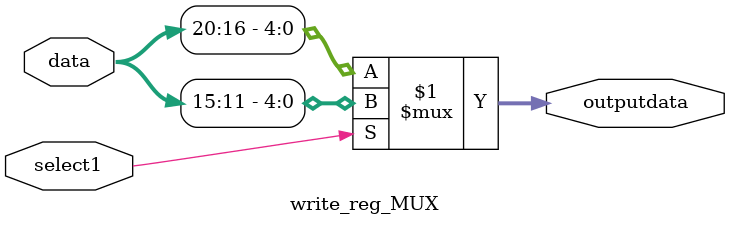
<source format=v>
module write_reg_MUX (
    input wire select1,     // Select signal
    input wire [31:0] data,// 32-bit input data
    output wire [4:0] outputdata 
);

assign outputdata = (select1) ? data[15:11] : data[20:16];

endmodule
</source>
